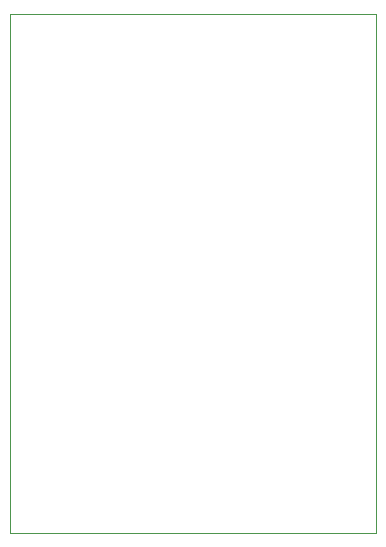
<source format=gm1>
%TF.GenerationSoftware,KiCad,Pcbnew,7.0.8*%
%TF.CreationDate,2023-11-30T16:12:54+00:00*%
%TF.ProjectId,ZX Interface 1 ROM Adapter,5a582049-6e74-4657-9266-616365203120,rev?*%
%TF.SameCoordinates,Original*%
%TF.FileFunction,Profile,NP*%
%FSLAX46Y46*%
G04 Gerber Fmt 4.6, Leading zero omitted, Abs format (unit mm)*
G04 Created by KiCad (PCBNEW 7.0.8) date 2023-11-30 16:12:54*
%MOMM*%
%LPD*%
G01*
G04 APERTURE LIST*
%TA.AperFunction,Profile*%
%ADD10C,0.100000*%
%TD*%
G04 APERTURE END LIST*
D10*
X76000000Y-69000000D02*
X107000000Y-69000000D01*
X107000000Y-113000000D01*
X76000000Y-113000000D01*
X76000000Y-69000000D01*
M02*

</source>
